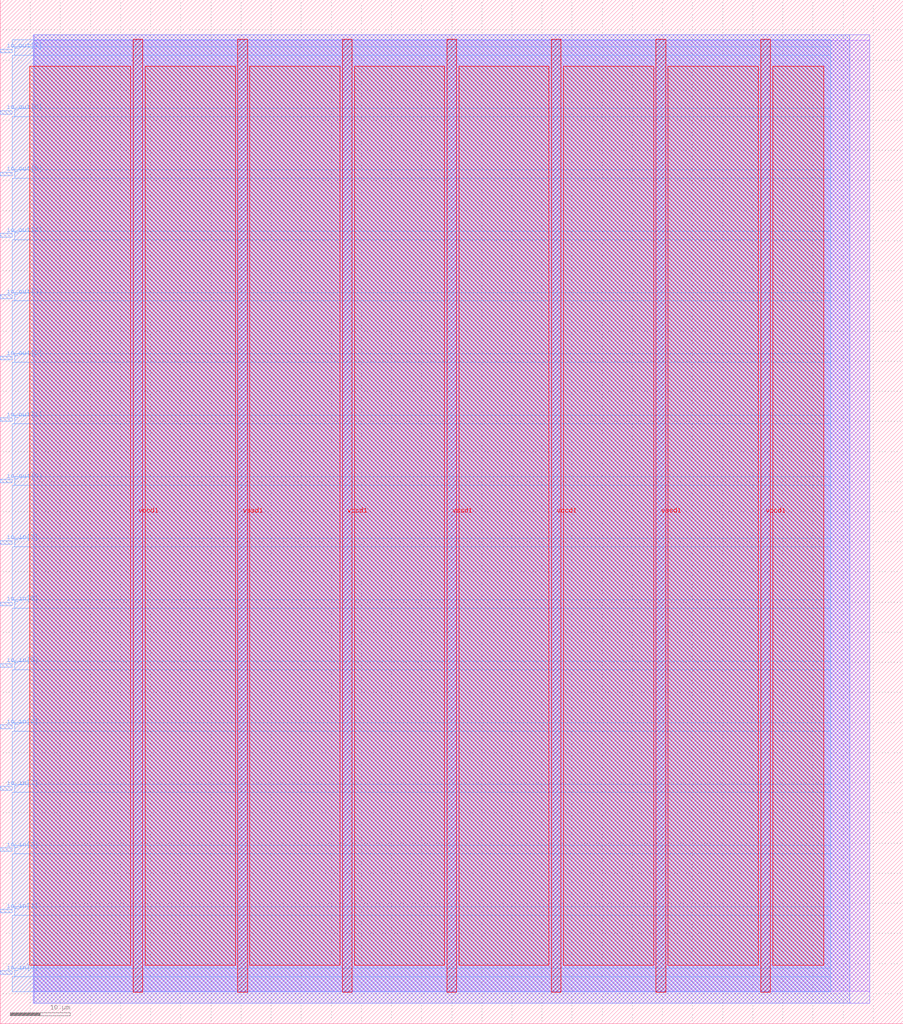
<source format=lef>
VERSION 5.7 ;
  NOWIREEXTENSIONATPIN ON ;
  DIVIDERCHAR "/" ;
  BUSBITCHARS "[]" ;
MACRO AidanMedcalf_pid_controller
  CLASS BLOCK ;
  FOREIGN AidanMedcalf_pid_controller ;
  ORIGIN 0.000 0.000 ;
  SIZE 150.000 BY 170.000 ;
  PIN io_in[0]
    DIRECTION INPUT ;
    USE SIGNAL ;
    PORT
      LAYER met3 ;
        RECT 0.000 8.200 2.000 8.800 ;
    END
  END io_in[0]
  PIN io_in[1]
    DIRECTION INPUT ;
    USE SIGNAL ;
    PORT
      LAYER met3 ;
        RECT 0.000 18.400 2.000 19.000 ;
    END
  END io_in[1]
  PIN io_in[2]
    DIRECTION INPUT ;
    USE SIGNAL ;
    PORT
      LAYER met3 ;
        RECT 0.000 28.600 2.000 29.200 ;
    END
  END io_in[2]
  PIN io_in[3]
    DIRECTION INPUT ;
    USE SIGNAL ;
    PORT
      LAYER met3 ;
        RECT 0.000 38.800 2.000 39.400 ;
    END
  END io_in[3]
  PIN io_in[4]
    DIRECTION INPUT ;
    USE SIGNAL ;
    PORT
      LAYER met3 ;
        RECT 0.000 49.000 2.000 49.600 ;
    END
  END io_in[4]
  PIN io_in[5]
    DIRECTION INPUT ;
    USE SIGNAL ;
    PORT
      LAYER met3 ;
        RECT 0.000 59.200 2.000 59.800 ;
    END
  END io_in[5]
  PIN io_in[6]
    DIRECTION INPUT ;
    USE SIGNAL ;
    PORT
      LAYER met3 ;
        RECT 0.000 69.400 2.000 70.000 ;
    END
  END io_in[6]
  PIN io_in[7]
    DIRECTION INPUT ;
    USE SIGNAL ;
    PORT
      LAYER met3 ;
        RECT 0.000 79.600 2.000 80.200 ;
    END
  END io_in[7]
  PIN io_out[0]
    DIRECTION OUTPUT TRISTATE ;
    USE SIGNAL ;
    PORT
      LAYER met3 ;
        RECT 0.000 89.800 2.000 90.400 ;
    END
  END io_out[0]
  PIN io_out[1]
    DIRECTION OUTPUT TRISTATE ;
    USE SIGNAL ;
    PORT
      LAYER met3 ;
        RECT 0.000 100.000 2.000 100.600 ;
    END
  END io_out[1]
  PIN io_out[2]
    DIRECTION OUTPUT TRISTATE ;
    USE SIGNAL ;
    PORT
      LAYER met3 ;
        RECT 0.000 110.200 2.000 110.800 ;
    END
  END io_out[2]
  PIN io_out[3]
    DIRECTION OUTPUT TRISTATE ;
    USE SIGNAL ;
    PORT
      LAYER met3 ;
        RECT 0.000 120.400 2.000 121.000 ;
    END
  END io_out[3]
  PIN io_out[4]
    DIRECTION OUTPUT TRISTATE ;
    USE SIGNAL ;
    PORT
      LAYER met3 ;
        RECT 0.000 130.600 2.000 131.200 ;
    END
  END io_out[4]
  PIN io_out[5]
    DIRECTION OUTPUT TRISTATE ;
    USE SIGNAL ;
    PORT
      LAYER met3 ;
        RECT 0.000 140.800 2.000 141.400 ;
    END
  END io_out[5]
  PIN io_out[6]
    DIRECTION OUTPUT TRISTATE ;
    USE SIGNAL ;
    PORT
      LAYER met3 ;
        RECT 0.000 151.000 2.000 151.600 ;
    END
  END io_out[6]
  PIN io_out[7]
    DIRECTION OUTPUT TRISTATE ;
    USE SIGNAL ;
    PORT
      LAYER met3 ;
        RECT 0.000 161.200 2.000 161.800 ;
    END
  END io_out[7]
  PIN vccd1
    DIRECTION INOUT ;
    USE POWER ;
    PORT
      LAYER met4 ;
        RECT 22.090 5.200 23.690 163.440 ;
    END
    PORT
      LAYER met4 ;
        RECT 56.830 5.200 58.430 163.440 ;
    END
    PORT
      LAYER met4 ;
        RECT 91.570 5.200 93.170 163.440 ;
    END
    PORT
      LAYER met4 ;
        RECT 126.310 5.200 127.910 163.440 ;
    END
  END vccd1
  PIN vssd1
    DIRECTION INOUT ;
    USE GROUND ;
    PORT
      LAYER met4 ;
        RECT 39.460 5.200 41.060 163.440 ;
    END
    PORT
      LAYER met4 ;
        RECT 74.200 5.200 75.800 163.440 ;
    END
    PORT
      LAYER met4 ;
        RECT 108.940 5.200 110.540 163.440 ;
    END
  END vssd1
  OBS
      LAYER li1 ;
        RECT 5.520 5.355 144.440 163.285 ;
      LAYER met1 ;
        RECT 5.520 3.440 144.440 164.180 ;
      LAYER met2 ;
        RECT 5.610 3.410 141.120 164.210 ;
      LAYER met3 ;
        RECT 2.000 162.200 137.935 163.365 ;
        RECT 2.400 160.800 137.935 162.200 ;
        RECT 2.000 152.000 137.935 160.800 ;
        RECT 2.400 150.600 137.935 152.000 ;
        RECT 2.000 141.800 137.935 150.600 ;
        RECT 2.400 140.400 137.935 141.800 ;
        RECT 2.000 131.600 137.935 140.400 ;
        RECT 2.400 130.200 137.935 131.600 ;
        RECT 2.000 121.400 137.935 130.200 ;
        RECT 2.400 120.000 137.935 121.400 ;
        RECT 2.000 111.200 137.935 120.000 ;
        RECT 2.400 109.800 137.935 111.200 ;
        RECT 2.000 101.000 137.935 109.800 ;
        RECT 2.400 99.600 137.935 101.000 ;
        RECT 2.000 90.800 137.935 99.600 ;
        RECT 2.400 89.400 137.935 90.800 ;
        RECT 2.000 80.600 137.935 89.400 ;
        RECT 2.400 79.200 137.935 80.600 ;
        RECT 2.000 70.400 137.935 79.200 ;
        RECT 2.400 69.000 137.935 70.400 ;
        RECT 2.000 60.200 137.935 69.000 ;
        RECT 2.400 58.800 137.935 60.200 ;
        RECT 2.000 50.000 137.935 58.800 ;
        RECT 2.400 48.600 137.935 50.000 ;
        RECT 2.000 39.800 137.935 48.600 ;
        RECT 2.400 38.400 137.935 39.800 ;
        RECT 2.000 29.600 137.935 38.400 ;
        RECT 2.400 28.200 137.935 29.600 ;
        RECT 2.000 19.400 137.935 28.200 ;
        RECT 2.400 18.000 137.935 19.400 ;
        RECT 2.000 9.200 137.935 18.000 ;
        RECT 2.400 7.800 137.935 9.200 ;
        RECT 2.000 5.275 137.935 7.800 ;
      LAYER met4 ;
        RECT 4.895 9.695 21.690 158.945 ;
        RECT 24.090 9.695 39.060 158.945 ;
        RECT 41.460 9.695 56.430 158.945 ;
        RECT 58.830 9.695 73.800 158.945 ;
        RECT 76.200 9.695 91.170 158.945 ;
        RECT 93.570 9.695 108.540 158.945 ;
        RECT 110.940 9.695 125.910 158.945 ;
        RECT 128.310 9.695 136.785 158.945 ;
  END
END AidanMedcalf_pid_controller
END LIBRARY


</source>
